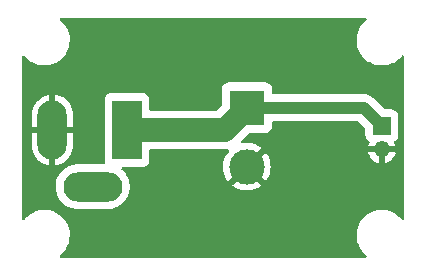
<source format=gbr>
%TF.GenerationSoftware,KiCad,Pcbnew,(6.0.8)*%
%TF.CreationDate,2023-01-17T12:43:20+02:00*%
%TF.ProjectId,dc_ph2_converter,64635f70-6832-45f6-936f-6e7665727465,rev?*%
%TF.SameCoordinates,Original*%
%TF.FileFunction,Copper,L1,Top*%
%TF.FilePolarity,Positive*%
%FSLAX46Y46*%
G04 Gerber Fmt 4.6, Leading zero omitted, Abs format (unit mm)*
G04 Created by KiCad (PCBNEW (6.0.8)) date 2023-01-17 12:43:20*
%MOMM*%
%LPD*%
G01*
G04 APERTURE LIST*
%TA.AperFunction,ComponentPad*%
%ADD10R,1.500000X1.500000*%
%TD*%
%TA.AperFunction,ComponentPad*%
%ADD11O,1.350000X1.350000*%
%TD*%
%TA.AperFunction,ComponentPad*%
%ADD12R,2.500000X5.000000*%
%TD*%
%TA.AperFunction,ComponentPad*%
%ADD13O,2.500000X5.000000*%
%TD*%
%TA.AperFunction,ComponentPad*%
%ADD14O,5.000000X2.500000*%
%TD*%
%TA.AperFunction,ComponentPad*%
%ADD15R,3.000000X3.000000*%
%TD*%
%TA.AperFunction,ComponentPad*%
%ADD16C,3.000000*%
%TD*%
%TA.AperFunction,Conductor*%
%ADD17C,2.000000*%
%TD*%
%TA.AperFunction,Conductor*%
%ADD18C,1.000000*%
%TD*%
G04 APERTURE END LIST*
D10*
%TO.P,J2,1,Pin_1*%
%TO.N,Net-(C1-Pad1)*%
X120650000Y-67580000D03*
D11*
%TO.P,J2,2,Pin_2*%
%TO.N,GND*%
X120650000Y-69580000D03*
%TD*%
D12*
%TO.P,J1,1*%
%TO.N,Net-(C1-Pad1)*%
X99060000Y-67930000D03*
D13*
%TO.P,J1,2*%
%TO.N,GND*%
X92760000Y-67930000D03*
D14*
%TO.P,J1,3*%
%TO.N,N/C*%
X96160000Y-72730000D03*
%TD*%
D15*
%TO.P,C1,1*%
%TO.N,Net-(C1-Pad1)*%
X109220000Y-66040000D03*
D16*
%TO.P,C1,2*%
%TO.N,GND*%
X109220000Y-71040000D03*
%TD*%
D17*
%TO.N,Net-(C1-Pad1)*%
X99060000Y-67930000D02*
X107330000Y-67930000D01*
D18*
X109220000Y-66040000D02*
X119110000Y-66040000D01*
X119110000Y-66040000D02*
X120650000Y-67580000D01*
D17*
X107330000Y-67930000D02*
X109220000Y-66040000D01*
%TD*%
%TA.AperFunction,Conductor*%
%TO.N,GND*%
G36*
X119306765Y-58445502D02*
G01*
X119353258Y-58499158D01*
X119363362Y-58569432D01*
X119333868Y-58634012D01*
X119317428Y-58649831D01*
X119197761Y-58745702D01*
X119194804Y-58748818D01*
X119194803Y-58748819D01*
X119183248Y-58760996D01*
X118996862Y-58957406D01*
X118826554Y-59194415D01*
X118689986Y-59452346D01*
X118589688Y-59726424D01*
X118527514Y-60011579D01*
X118504616Y-60302533D01*
X118505911Y-60325000D01*
X118521416Y-60593903D01*
X118522241Y-60598108D01*
X118522242Y-60598116D01*
X118533668Y-60656354D01*
X118577604Y-60880297D01*
X118578991Y-60884347D01*
X118578992Y-60884352D01*
X118642331Y-61069349D01*
X118672141Y-61156415D01*
X118803276Y-61417149D01*
X118842773Y-61474617D01*
X118939828Y-61615833D01*
X118968584Y-61657674D01*
X119165005Y-61873538D01*
X119168293Y-61876287D01*
X119385614Y-62057996D01*
X119385619Y-62058000D01*
X119388906Y-62060748D01*
X119512523Y-62138293D01*
X119632501Y-62213555D01*
X119632505Y-62213557D01*
X119636141Y-62215838D01*
X119902138Y-62335940D01*
X119906257Y-62337160D01*
X120177860Y-62417613D01*
X120177865Y-62417614D01*
X120181973Y-62418831D01*
X120186207Y-62419479D01*
X120186212Y-62419480D01*
X120438877Y-62458143D01*
X120470469Y-62462977D01*
X120618982Y-62465310D01*
X120757996Y-62467495D01*
X120758002Y-62467495D01*
X120762287Y-62467562D01*
X120766539Y-62467047D01*
X120766547Y-62467047D01*
X120991773Y-62439791D01*
X121052027Y-62432499D01*
X121056175Y-62431411D01*
X121056179Y-62431410D01*
X121330177Y-62359528D01*
X121334328Y-62358439D01*
X121338288Y-62356799D01*
X121338293Y-62356797D01*
X121483440Y-62296675D01*
X121603966Y-62246751D01*
X121653846Y-62217604D01*
X121852243Y-62101670D01*
X121852245Y-62101668D01*
X121855951Y-62099503D01*
X122085621Y-61919419D01*
X122288726Y-61709831D01*
X122321954Y-61664596D01*
X122378402Y-61621538D01*
X122449169Y-61615833D01*
X122511786Y-61649293D01*
X122546373Y-61711295D01*
X122549500Y-61739191D01*
X122549500Y-75416674D01*
X122529498Y-75484795D01*
X122475842Y-75531288D01*
X122405568Y-75541392D01*
X122340988Y-75511898D01*
X122322619Y-75491565D01*
X122322533Y-75491634D01*
X122321252Y-75490052D01*
X122320410Y-75489120D01*
X122319837Y-75488305D01*
X122319835Y-75488302D01*
X122317368Y-75484792D01*
X122118697Y-75270996D01*
X122103820Y-75258819D01*
X121896164Y-75088855D01*
X121896161Y-75088853D01*
X121892849Y-75086142D01*
X121644003Y-74933648D01*
X121376763Y-74816338D01*
X121372635Y-74815162D01*
X121372632Y-74815161D01*
X121100203Y-74737558D01*
X121100205Y-74737558D01*
X121096075Y-74736382D01*
X120880789Y-74705743D01*
X120811385Y-74695865D01*
X120811383Y-74695865D01*
X120807133Y-74695260D01*
X120653243Y-74694454D01*
X120519569Y-74693754D01*
X120519563Y-74693754D01*
X120515283Y-74693732D01*
X120511039Y-74694291D01*
X120511035Y-74694291D01*
X120384045Y-74711010D01*
X120225926Y-74731826D01*
X119944416Y-74808839D01*
X119675962Y-74923344D01*
X119425533Y-75073223D01*
X119197761Y-75255702D01*
X119194804Y-75258818D01*
X119194803Y-75258819D01*
X119042813Y-75418984D01*
X118996862Y-75467406D01*
X118826554Y-75704415D01*
X118689986Y-75962346D01*
X118589688Y-76236424D01*
X118527514Y-76521579D01*
X118504616Y-76812533D01*
X118505911Y-76835000D01*
X118521416Y-77103903D01*
X118522241Y-77108108D01*
X118522242Y-77108116D01*
X118533668Y-77166354D01*
X118577604Y-77390297D01*
X118578991Y-77394347D01*
X118578992Y-77394352D01*
X118614195Y-77497171D01*
X118672141Y-77666415D01*
X118803276Y-77927149D01*
X118968584Y-78167674D01*
X119165005Y-78383538D01*
X119168293Y-78386287D01*
X119318449Y-78511837D01*
X119357878Y-78570878D01*
X119359129Y-78641864D01*
X119321803Y-78702257D01*
X119257751Y-78732882D01*
X119237626Y-78734500D01*
X93486432Y-78734500D01*
X93418311Y-78714498D01*
X93371818Y-78660842D01*
X93361714Y-78590568D01*
X93391208Y-78525988D01*
X93408686Y-78509346D01*
X93507240Y-78432070D01*
X93510621Y-78429419D01*
X93713726Y-78219831D01*
X93886507Y-77984617D01*
X94025768Y-77728131D01*
X94081988Y-77579349D01*
X94127413Y-77459136D01*
X94127414Y-77459132D01*
X94128931Y-77455118D01*
X94194087Y-77170630D01*
X94199667Y-77108116D01*
X94219811Y-76882398D01*
X94219811Y-76882396D01*
X94220031Y-76879932D01*
X94220502Y-76835000D01*
X94200651Y-76543822D01*
X94141467Y-76258032D01*
X94044044Y-75982918D01*
X93910186Y-75723572D01*
X93896723Y-75704415D01*
X93744835Y-75488302D01*
X93744834Y-75488301D01*
X93742368Y-75484792D01*
X93543697Y-75270996D01*
X93528820Y-75258819D01*
X93321164Y-75088855D01*
X93321161Y-75088853D01*
X93317849Y-75086142D01*
X93069003Y-74933648D01*
X92801763Y-74816338D01*
X92797635Y-74815162D01*
X92797632Y-74815161D01*
X92525203Y-74737558D01*
X92525205Y-74737558D01*
X92521075Y-74736382D01*
X92305789Y-74705743D01*
X92236385Y-74695865D01*
X92236383Y-74695865D01*
X92232133Y-74695260D01*
X92078243Y-74694454D01*
X91944569Y-74693754D01*
X91944563Y-74693754D01*
X91940283Y-74693732D01*
X91936039Y-74694291D01*
X91936035Y-74694291D01*
X91809045Y-74711010D01*
X91650926Y-74731826D01*
X91369416Y-74808839D01*
X91100962Y-74923344D01*
X90850533Y-75073223D01*
X90622761Y-75255702D01*
X90619804Y-75258818D01*
X90619803Y-75258819D01*
X90467813Y-75418984D01*
X90421862Y-75467406D01*
X90411626Y-75481651D01*
X90403823Y-75492510D01*
X90347828Y-75536158D01*
X90277125Y-75542604D01*
X90214160Y-75509801D01*
X90178926Y-75448165D01*
X90175500Y-75418984D01*
X90175500Y-72773005D01*
X93014931Y-72773005D01*
X93040988Y-73046120D01*
X93106199Y-73312612D01*
X93209196Y-73566900D01*
X93211500Y-73570835D01*
X93211502Y-73570839D01*
X93345512Y-73799710D01*
X93347822Y-73803655D01*
X93519173Y-74017920D01*
X93719660Y-74205204D01*
X93813781Y-74270498D01*
X93941330Y-74358983D01*
X93941335Y-74358986D01*
X93945083Y-74361586D01*
X93949168Y-74363618D01*
X93949171Y-74363620D01*
X94067901Y-74422687D01*
X94190719Y-74483788D01*
X94195053Y-74485209D01*
X94195056Y-74485210D01*
X94447090Y-74567831D01*
X94447095Y-74567832D01*
X94451423Y-74569251D01*
X94455914Y-74570031D01*
X94455915Y-74570031D01*
X94717953Y-74615529D01*
X94717961Y-74615530D01*
X94721734Y-74616185D01*
X94725571Y-74616376D01*
X94806843Y-74620422D01*
X94806851Y-74620422D01*
X94808414Y-74620500D01*
X97479697Y-74620500D01*
X97481965Y-74620335D01*
X97481977Y-74620335D01*
X97615509Y-74610646D01*
X97683635Y-74605703D01*
X97688090Y-74604719D01*
X97688093Y-74604719D01*
X97947079Y-74547540D01*
X97947083Y-74547539D01*
X97951539Y-74546555D01*
X98122579Y-74481754D01*
X98203827Y-74450972D01*
X98203830Y-74450971D01*
X98208097Y-74449354D01*
X98447937Y-74316134D01*
X98589885Y-74207803D01*
X98662402Y-74152460D01*
X98662403Y-74152459D01*
X98666034Y-74149688D01*
X98857819Y-73953502D01*
X99019274Y-73731685D01*
X99147018Y-73488884D01*
X99238374Y-73230186D01*
X99273779Y-73050556D01*
X99290547Y-72965482D01*
X99290548Y-72965476D01*
X99291428Y-72961010D01*
X99293236Y-72924694D01*
X99304842Y-72691564D01*
X99304842Y-72691558D01*
X99305069Y-72686995D01*
X99299598Y-72629654D01*
X107995618Y-72629654D01*
X108002673Y-72639627D01*
X108033679Y-72665551D01*
X108040598Y-72670579D01*
X108265272Y-72811515D01*
X108272807Y-72815556D01*
X108514520Y-72924694D01*
X108522551Y-72927680D01*
X108776832Y-73003002D01*
X108785184Y-73004869D01*
X109047340Y-73044984D01*
X109055874Y-73045700D01*
X109321045Y-73049867D01*
X109329596Y-73049418D01*
X109592883Y-73017557D01*
X109601284Y-73015955D01*
X109857824Y-72948653D01*
X109865926Y-72945926D01*
X110110949Y-72844434D01*
X110118617Y-72840628D01*
X110347598Y-72706822D01*
X110354679Y-72702009D01*
X110434655Y-72639301D01*
X110443125Y-72627442D01*
X110436608Y-72615818D01*
X109232812Y-71412022D01*
X109218868Y-71404408D01*
X109217035Y-71404539D01*
X109210420Y-71408790D01*
X108002910Y-72616300D01*
X107995618Y-72629654D01*
X99299598Y-72629654D01*
X99279012Y-72413880D01*
X99213801Y-72147388D01*
X99110804Y-71893100D01*
X99099520Y-71873827D01*
X98974488Y-71660290D01*
X98974487Y-71660289D01*
X98972178Y-71656345D01*
X98800827Y-71442080D01*
X98797497Y-71438970D01*
X98797494Y-71438966D01*
X98663268Y-71313580D01*
X98636501Y-71288575D01*
X98600375Y-71227457D01*
X98603027Y-71156510D01*
X98643615Y-71098260D01*
X98709253Y-71071200D01*
X98722513Y-71070500D01*
X100374690Y-71070500D01*
X100377137Y-71070307D01*
X100377148Y-71070307D01*
X100397042Y-71068741D01*
X100410993Y-71067643D01*
X100514679Y-71037519D01*
X100558782Y-71024706D01*
X100558783Y-71024705D01*
X100566395Y-71022494D01*
X100579654Y-71014653D01*
X100698866Y-70944151D01*
X100705687Y-70940117D01*
X100820117Y-70825687D01*
X100902494Y-70686395D01*
X100947643Y-70530993D01*
X100949570Y-70506509D01*
X100950307Y-70497148D01*
X100950307Y-70497137D01*
X100950500Y-70494690D01*
X100950500Y-69696500D01*
X100970502Y-69628379D01*
X101024158Y-69581886D01*
X101076500Y-69570500D01*
X107260584Y-69570500D01*
X107270469Y-69570888D01*
X107330000Y-69575573D01*
X107334930Y-69575185D01*
X107334931Y-69575185D01*
X107557176Y-69557695D01*
X107626656Y-69572291D01*
X107677215Y-69622134D01*
X107692801Y-69691399D01*
X107668915Y-69756861D01*
X107669194Y-69757062D01*
X107668478Y-69758058D01*
X107668465Y-69758094D01*
X107668311Y-69758291D01*
X107511936Y-69975910D01*
X107507414Y-69983204D01*
X107383325Y-70217567D01*
X107379839Y-70225395D01*
X107288700Y-70474446D01*
X107286311Y-70482670D01*
X107229812Y-70741795D01*
X107228563Y-70750250D01*
X107207754Y-71014653D01*
X107207665Y-71023204D01*
X107222932Y-71287969D01*
X107224005Y-71296470D01*
X107275065Y-71556722D01*
X107277276Y-71564974D01*
X107363184Y-71815894D01*
X107366499Y-71823779D01*
X107485664Y-72060713D01*
X107490020Y-72068079D01*
X107619347Y-72256250D01*
X107629601Y-72264594D01*
X107643342Y-72257448D01*
X108859658Y-71041132D01*
X109584408Y-71041132D01*
X109584539Y-71042965D01*
X109588790Y-71049580D01*
X110795730Y-72256520D01*
X110807939Y-72263187D01*
X110819439Y-72254497D01*
X110916831Y-72121913D01*
X110921418Y-72114685D01*
X111047962Y-71881621D01*
X111051530Y-71873827D01*
X111145271Y-71625750D01*
X111147748Y-71617544D01*
X111206954Y-71359038D01*
X111208294Y-71350577D01*
X111232031Y-71084616D01*
X111232277Y-71079677D01*
X111232666Y-71042485D01*
X111232523Y-71037519D01*
X111214362Y-70771123D01*
X111213201Y-70762649D01*
X111159419Y-70502944D01*
X111157120Y-70494709D01*
X111068588Y-70244705D01*
X111065191Y-70236854D01*
X110943550Y-70001178D01*
X110939122Y-69993866D01*
X110835876Y-69846962D01*
X119497158Y-69846962D01*
X119528656Y-69970985D01*
X119532497Y-69981832D01*
X119618685Y-70168789D01*
X119624436Y-70178750D01*
X119743254Y-70346873D01*
X119750720Y-70355615D01*
X119898191Y-70499275D01*
X119907124Y-70506509D01*
X120078299Y-70620884D01*
X120088409Y-70626374D01*
X120277566Y-70707642D01*
X120288499Y-70711194D01*
X120378332Y-70731521D01*
X120392405Y-70730632D01*
X120396000Y-70721233D01*
X120396000Y-70720512D01*
X120904000Y-70720512D01*
X120907966Y-70734018D01*
X120921883Y-70736011D01*
X120932817Y-70733386D01*
X121127763Y-70667210D01*
X121138272Y-70662531D01*
X121317882Y-70561944D01*
X121327375Y-70555420D01*
X121485653Y-70423782D01*
X121493782Y-70415653D01*
X121625420Y-70257375D01*
X121631944Y-70247882D01*
X121732531Y-70068272D01*
X121737210Y-70057763D01*
X121803386Y-69862817D01*
X121806017Y-69851857D01*
X121804040Y-69837992D01*
X121790474Y-69834000D01*
X120922115Y-69834000D01*
X120906876Y-69838475D01*
X120905671Y-69839865D01*
X120904000Y-69847548D01*
X120904000Y-70720512D01*
X120396000Y-70720512D01*
X120396000Y-69852115D01*
X120391525Y-69836876D01*
X120390135Y-69835671D01*
X120382452Y-69834000D01*
X119511981Y-69834000D01*
X119498450Y-69837973D01*
X119497158Y-69846962D01*
X110835876Y-69846962D01*
X110820031Y-69824417D01*
X110809509Y-69816037D01*
X110796121Y-69823089D01*
X109592022Y-71027188D01*
X109584408Y-71041132D01*
X108859658Y-71041132D01*
X110436604Y-69464186D01*
X110443795Y-69451017D01*
X110436473Y-69440780D01*
X110389233Y-69402115D01*
X110382261Y-69397160D01*
X110156122Y-69258582D01*
X110148552Y-69254624D01*
X109905704Y-69148022D01*
X109897644Y-69145120D01*
X109642592Y-69072467D01*
X109634214Y-69070685D01*
X109371656Y-69033318D01*
X109363111Y-69032691D01*
X109097908Y-69031302D01*
X109089374Y-69031839D01*
X108834133Y-69065442D01*
X108763984Y-69054503D01*
X108710886Y-69007374D01*
X108691696Y-68939020D01*
X108712507Y-68871143D01*
X108728592Y-68851425D01*
X109362612Y-68217405D01*
X109424924Y-68183379D01*
X109451707Y-68180500D01*
X110784690Y-68180500D01*
X110787137Y-68180307D01*
X110787148Y-68180307D01*
X110807042Y-68178741D01*
X110820993Y-68177643D01*
X110919494Y-68149026D01*
X110968782Y-68134706D01*
X110968783Y-68134705D01*
X110976395Y-68132494D01*
X111115687Y-68050117D01*
X111230117Y-67935687D01*
X111312494Y-67796395D01*
X111321469Y-67765505D01*
X111348308Y-67673124D01*
X111357643Y-67640993D01*
X111360500Y-67604690D01*
X111360500Y-67306500D01*
X111380502Y-67238379D01*
X111434158Y-67191886D01*
X111486500Y-67180500D01*
X118585398Y-67180500D01*
X118653519Y-67200502D01*
X118674493Y-67217404D01*
X119222595Y-67765505D01*
X119256620Y-67827818D01*
X119259500Y-67854601D01*
X119259500Y-68394690D01*
X119262357Y-68430993D01*
X119307506Y-68586395D01*
X119389883Y-68725687D01*
X119504313Y-68840117D01*
X119511131Y-68844149D01*
X119511136Y-68844153D01*
X119552230Y-68868456D01*
X119600682Y-68920349D01*
X119613387Y-68990200D01*
X119599599Y-69035576D01*
X119555057Y-69120237D01*
X119550655Y-69130863D01*
X119495436Y-69308700D01*
X119495218Y-69322799D01*
X119501950Y-69326000D01*
X121789485Y-69326000D01*
X121803016Y-69322027D01*
X121804185Y-69313892D01*
X121760725Y-69159794D01*
X121756604Y-69149060D01*
X121699126Y-69032506D01*
X121686936Y-68962563D01*
X121714495Y-68897134D01*
X121747993Y-68868323D01*
X121788866Y-68844151D01*
X121795687Y-68840117D01*
X121910117Y-68725687D01*
X121992494Y-68586395D01*
X122037643Y-68430993D01*
X122040500Y-68394690D01*
X122040500Y-66765310D01*
X122037643Y-66729007D01*
X122003453Y-66611327D01*
X121994706Y-66581218D01*
X121994705Y-66581217D01*
X121992494Y-66573605D01*
X121910117Y-66434313D01*
X121795687Y-66319883D01*
X121656395Y-66237506D01*
X121648783Y-66235295D01*
X121648782Y-66235294D01*
X121581828Y-66215842D01*
X121500993Y-66192357D01*
X121487042Y-66191259D01*
X121467148Y-66189693D01*
X121467137Y-66189693D01*
X121464690Y-66189500D01*
X120924602Y-66189500D01*
X120856481Y-66169498D01*
X120835507Y-66152596D01*
X119946654Y-65263744D01*
X119941017Y-65257725D01*
X119902237Y-65213505D01*
X119898432Y-65209166D01*
X119893900Y-65205593D01*
X119829109Y-65154515D01*
X119826572Y-65152461D01*
X119758754Y-65096058D01*
X119753715Y-65093236D01*
X119750469Y-65091005D01*
X119741629Y-65085098D01*
X119738359Y-65082975D01*
X119733822Y-65079398D01*
X119655688Y-65038290D01*
X119652852Y-65036749D01*
X119580915Y-64996462D01*
X119580903Y-64996457D01*
X119575870Y-64993638D01*
X119570404Y-64991783D01*
X119566775Y-64990167D01*
X119557082Y-64986003D01*
X119553437Y-64984493D01*
X119548320Y-64981801D01*
X119508175Y-64969335D01*
X119464048Y-64955633D01*
X119460912Y-64954614D01*
X119382860Y-64928119D01*
X119382855Y-64928118D01*
X119377385Y-64926261D01*
X119371663Y-64925431D01*
X119367796Y-64924503D01*
X119357519Y-64922177D01*
X119353656Y-64921356D01*
X119348139Y-64919643D01*
X119260513Y-64909272D01*
X119257254Y-64908843D01*
X119241732Y-64906592D01*
X119175658Y-64897011D01*
X119175654Y-64897011D01*
X119169945Y-64896183D01*
X119087999Y-64899403D01*
X119083052Y-64899500D01*
X111486500Y-64899500D01*
X111418379Y-64879498D01*
X111371886Y-64825842D01*
X111360500Y-64773500D01*
X111360500Y-64475310D01*
X111357643Y-64439007D01*
X111312494Y-64283605D01*
X111230117Y-64144313D01*
X111115687Y-64029883D01*
X110976395Y-63947506D01*
X110968783Y-63945295D01*
X110968782Y-63945294D01*
X110919494Y-63930974D01*
X110820993Y-63902357D01*
X110807042Y-63901259D01*
X110787148Y-63899693D01*
X110787137Y-63899693D01*
X110784690Y-63899500D01*
X107655310Y-63899500D01*
X107652863Y-63899693D01*
X107652852Y-63899693D01*
X107632958Y-63901259D01*
X107619007Y-63902357D01*
X107520506Y-63930974D01*
X107471218Y-63945294D01*
X107471217Y-63945295D01*
X107463605Y-63947506D01*
X107324313Y-64029883D01*
X107209883Y-64144313D01*
X107127506Y-64283605D01*
X107082357Y-64439007D01*
X107079500Y-64475310D01*
X107079500Y-65808293D01*
X107059498Y-65876414D01*
X107042595Y-65897388D01*
X106687388Y-66252595D01*
X106625076Y-66286621D01*
X106598293Y-66289500D01*
X101076500Y-66289500D01*
X101008379Y-66269498D01*
X100961886Y-66215842D01*
X100950500Y-66163500D01*
X100950500Y-65365310D01*
X100947643Y-65329007D01*
X100912826Y-65209166D01*
X100904706Y-65181218D01*
X100904705Y-65181217D01*
X100902494Y-65173605D01*
X100852289Y-65088712D01*
X100824151Y-65041134D01*
X100820117Y-65034313D01*
X100705687Y-64919883D01*
X100698866Y-64915849D01*
X100573218Y-64841541D01*
X100573217Y-64841541D01*
X100566395Y-64837506D01*
X100558783Y-64835295D01*
X100558782Y-64835294D01*
X100509494Y-64820974D01*
X100410993Y-64792357D01*
X100397042Y-64791259D01*
X100377148Y-64789693D01*
X100377137Y-64789693D01*
X100374690Y-64789500D01*
X97745310Y-64789500D01*
X97742863Y-64789693D01*
X97742852Y-64789693D01*
X97722958Y-64791259D01*
X97709007Y-64792357D01*
X97610506Y-64820974D01*
X97561218Y-64835294D01*
X97561217Y-64835295D01*
X97553605Y-64837506D01*
X97546783Y-64841541D01*
X97546782Y-64841541D01*
X97421134Y-64915849D01*
X97414313Y-64919883D01*
X97299883Y-65034313D01*
X97295849Y-65041134D01*
X97267712Y-65088712D01*
X97217506Y-65173605D01*
X97215295Y-65181217D01*
X97215294Y-65181218D01*
X97207174Y-65209166D01*
X97172357Y-65329007D01*
X97169500Y-65365310D01*
X97169500Y-70494690D01*
X97169693Y-70497137D01*
X97169693Y-70497148D01*
X97170430Y-70506509D01*
X97172357Y-70530993D01*
X97198473Y-70620884D01*
X97215168Y-70678347D01*
X97214965Y-70749343D01*
X97176412Y-70808959D01*
X97111747Y-70838268D01*
X97094171Y-70839500D01*
X94840303Y-70839500D01*
X94838035Y-70839665D01*
X94838023Y-70839665D01*
X94704491Y-70849354D01*
X94636365Y-70854297D01*
X94631910Y-70855281D01*
X94631907Y-70855281D01*
X94372921Y-70912460D01*
X94372917Y-70912461D01*
X94368461Y-70913445D01*
X94287414Y-70944151D01*
X94116173Y-71009028D01*
X94116170Y-71009029D01*
X94111903Y-71010646D01*
X93872063Y-71143866D01*
X93763015Y-71227089D01*
X93726710Y-71254796D01*
X93653966Y-71310312D01*
X93462181Y-71506498D01*
X93300726Y-71728315D01*
X93172982Y-71971116D01*
X93081626Y-72229814D01*
X93028572Y-72498990D01*
X93028345Y-72503543D01*
X93028345Y-72503546D01*
X93018226Y-72706822D01*
X93014931Y-72773005D01*
X90175500Y-72773005D01*
X90175500Y-69243998D01*
X91002000Y-69243998D01*
X91002173Y-69248673D01*
X91016088Y-69435926D01*
X91017464Y-69445132D01*
X91073071Y-69690874D01*
X91075795Y-69699785D01*
X91167112Y-69934608D01*
X91171123Y-69943017D01*
X91296146Y-70161760D01*
X91301357Y-70169486D01*
X91457341Y-70367350D01*
X91463634Y-70374218D01*
X91647144Y-70546848D01*
X91654398Y-70552722D01*
X91861403Y-70696327D01*
X91869438Y-70701060D01*
X92095407Y-70812495D01*
X92104040Y-70815983D01*
X92343994Y-70892793D01*
X92353076Y-70894973D01*
X92488120Y-70916967D01*
X92501714Y-70915271D01*
X92505865Y-70901606D01*
X93014000Y-70901606D01*
X93018018Y-70915290D01*
X93031710Y-70917311D01*
X93121904Y-70905036D01*
X93131022Y-70903098D01*
X93372902Y-70832596D01*
X93381633Y-70829333D01*
X93610442Y-70723849D01*
X93618594Y-70719330D01*
X93829291Y-70581192D01*
X93836696Y-70575509D01*
X94024654Y-70407751D01*
X94031139Y-70401035D01*
X94192239Y-70207334D01*
X94197654Y-70199742D01*
X94328354Y-69984354D01*
X94332592Y-69976037D01*
X94430019Y-69743701D01*
X94432980Y-69734851D01*
X94494994Y-69490669D01*
X94496616Y-69481472D01*
X94517684Y-69272247D01*
X94518000Y-69265955D01*
X94518000Y-68202115D01*
X94513525Y-68186876D01*
X94512135Y-68185671D01*
X94504452Y-68184000D01*
X93032115Y-68184000D01*
X93016876Y-68188475D01*
X93015671Y-68189865D01*
X93014000Y-68197548D01*
X93014000Y-70901606D01*
X92505865Y-70901606D01*
X92506000Y-70901161D01*
X92506000Y-68202115D01*
X92501525Y-68186876D01*
X92500135Y-68185671D01*
X92492452Y-68184000D01*
X91020115Y-68184000D01*
X91004876Y-68188475D01*
X91003671Y-68189865D01*
X91002000Y-68197548D01*
X91002000Y-69243998D01*
X90175500Y-69243998D01*
X90175500Y-67657885D01*
X91002000Y-67657885D01*
X91006475Y-67673124D01*
X91007865Y-67674329D01*
X91015548Y-67676000D01*
X92487885Y-67676000D01*
X92503124Y-67671525D01*
X92504329Y-67670135D01*
X92506000Y-67662452D01*
X92506000Y-67657885D01*
X93014000Y-67657885D01*
X93018475Y-67673124D01*
X93019865Y-67674329D01*
X93027548Y-67676000D01*
X94499885Y-67676000D01*
X94515124Y-67671525D01*
X94516329Y-67670135D01*
X94518000Y-67662452D01*
X94518000Y-66616002D01*
X94517827Y-66611327D01*
X94503912Y-66424074D01*
X94502536Y-66414868D01*
X94446929Y-66169126D01*
X94444205Y-66160215D01*
X94352888Y-65925392D01*
X94348877Y-65916983D01*
X94223854Y-65698240D01*
X94218643Y-65690514D01*
X94062659Y-65492650D01*
X94056366Y-65485782D01*
X93872856Y-65313152D01*
X93865602Y-65307278D01*
X93658597Y-65163673D01*
X93650562Y-65158940D01*
X93424593Y-65047505D01*
X93415960Y-65044017D01*
X93176006Y-64967207D01*
X93166924Y-64965027D01*
X93031880Y-64943033D01*
X93018286Y-64944729D01*
X93014000Y-64958839D01*
X93014000Y-67657885D01*
X92506000Y-67657885D01*
X92506000Y-64958394D01*
X92501982Y-64944710D01*
X92488290Y-64942689D01*
X92398096Y-64954964D01*
X92388978Y-64956902D01*
X92147098Y-65027404D01*
X92138367Y-65030667D01*
X91909558Y-65136151D01*
X91901406Y-65140670D01*
X91690709Y-65278808D01*
X91683304Y-65284491D01*
X91495346Y-65452249D01*
X91488861Y-65458965D01*
X91327761Y-65652666D01*
X91322346Y-65660258D01*
X91191646Y-65875646D01*
X91187408Y-65883963D01*
X91089981Y-66116299D01*
X91087020Y-66125149D01*
X91025006Y-66369331D01*
X91023384Y-66378528D01*
X91002316Y-66587753D01*
X91002000Y-66594045D01*
X91002000Y-67657885D01*
X90175500Y-67657885D01*
X90175500Y-61743694D01*
X90195502Y-61675573D01*
X90249158Y-61629080D01*
X90319432Y-61618976D01*
X90384012Y-61648470D01*
X90394694Y-61658894D01*
X90590005Y-61873538D01*
X90593293Y-61876287D01*
X90810614Y-62057996D01*
X90810619Y-62058000D01*
X90813906Y-62060748D01*
X90937523Y-62138293D01*
X91057501Y-62213555D01*
X91057505Y-62213557D01*
X91061141Y-62215838D01*
X91327138Y-62335940D01*
X91331257Y-62337160D01*
X91602860Y-62417613D01*
X91602865Y-62417614D01*
X91606973Y-62418831D01*
X91611207Y-62419479D01*
X91611212Y-62419480D01*
X91863877Y-62458143D01*
X91895469Y-62462977D01*
X92043982Y-62465310D01*
X92182996Y-62467495D01*
X92183002Y-62467495D01*
X92187287Y-62467562D01*
X92191539Y-62467047D01*
X92191547Y-62467047D01*
X92416773Y-62439791D01*
X92477027Y-62432499D01*
X92481175Y-62431411D01*
X92481179Y-62431410D01*
X92755177Y-62359528D01*
X92759328Y-62358439D01*
X92763288Y-62356799D01*
X92763293Y-62356797D01*
X92908440Y-62296675D01*
X93028966Y-62246751D01*
X93078846Y-62217604D01*
X93277243Y-62101670D01*
X93277245Y-62101668D01*
X93280951Y-62099503D01*
X93510621Y-61919419D01*
X93713726Y-61709831D01*
X93886507Y-61474617D01*
X94025768Y-61218131D01*
X94128931Y-60945118D01*
X94194087Y-60660630D01*
X94199667Y-60598116D01*
X94219811Y-60372398D01*
X94219811Y-60372396D01*
X94220031Y-60369932D01*
X94220502Y-60325000D01*
X94200651Y-60033822D01*
X94141467Y-59748032D01*
X94044044Y-59472918D01*
X93910186Y-59213572D01*
X93896723Y-59194415D01*
X93744835Y-58978302D01*
X93744834Y-58978301D01*
X93742368Y-58974792D01*
X93543697Y-58760996D01*
X93525012Y-58745702D01*
X93406869Y-58649004D01*
X93366823Y-58590379D01*
X93364830Y-58519411D01*
X93401521Y-58458630D01*
X93465248Y-58427335D01*
X93486675Y-58425500D01*
X119238644Y-58425500D01*
X119306765Y-58445502D01*
G37*
%TD.AperFunction*%
%TD*%
M02*

</source>
